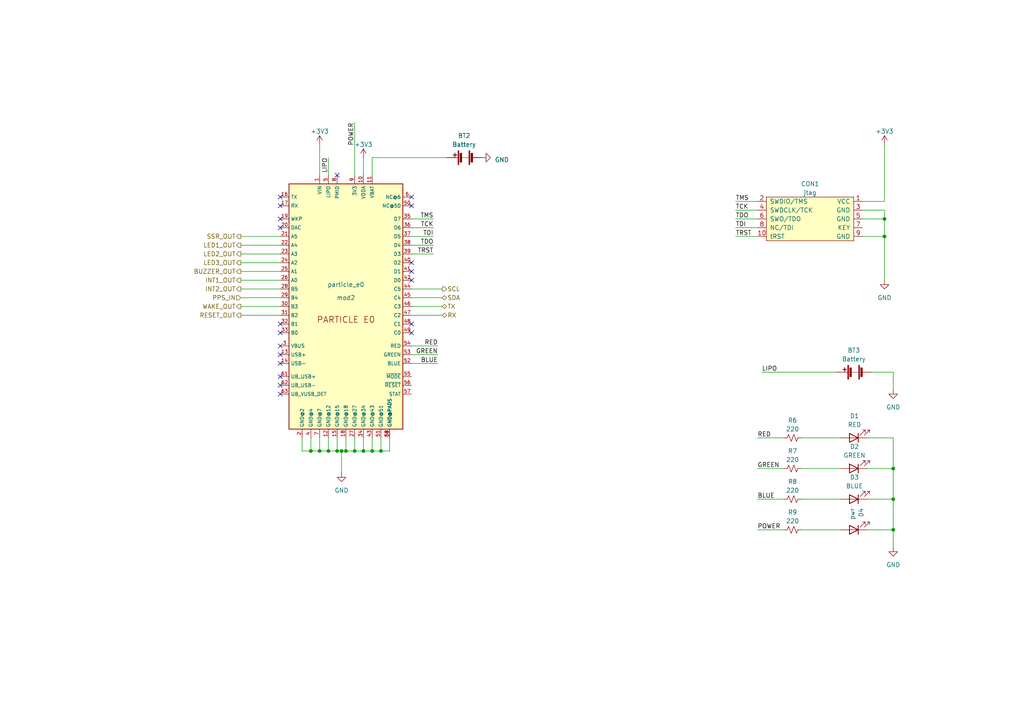
<source format=kicad_sch>
(kicad_sch (version 20210126) (generator eeschema)
  (paper "A4")
  (lib_symbols
    (symbol "Device:Battery" (pin_numbers hide) (pin_names (offset 0) hide)
      (property "Reference" "BT" (at 2.54 2.54 0))
      (property "Value" "Battery" (at 2.54 0 0))
      (symbol "Battery_0_1"
        (rectangle (start -2.032 -1.397) (end 2.032 -1.651) (fill (type outline)))
        (rectangle (start -2.032 1.778) (end 2.032 1.524) (fill (type outline)))
        (rectangle (start -1.3208 -1.9812) (end 1.27 -2.4892) (fill (type outline)))
        (rectangle (start -1.3208 1.1938) (end 1.27 0.6858) (fill (type outline)))
        (polyline (pts (xy 0 -1.524) (xy 0 -1.27)))
        (polyline (pts (xy 0 -1.016) (xy 0 -0.762)))
        (polyline (pts (xy 0 -0.508) (xy 0 -0.254)))
        (polyline (pts (xy 0 0) (xy 0 0.254)))
        (polyline (pts (xy 0 0.508) (xy 0 0.762)))
        (polyline (pts (xy 0 1.778) (xy 0 2.54)))
        (polyline (pts (xy 0.254 2.667) (xy 1.27 2.667)) (stroke (width 0.254)))
        (polyline (pts (xy 0.762 3.175) (xy 0.762 2.159)) (stroke (width 0.254)))
      )
      (symbol "Battery_1_1"
        (pin passive line (at 0 5.08 270) (length 2.54) (name "+") (number "1"))
        (pin passive line (at 0 -5.08 90) (length 2.54) (name "-") (number "2"))
      )
    )
    (symbol "Device:LED" (pin_numbers hide) (pin_names (offset 1.016) hide)
      (property "Reference" "D" (at 0 2.54 0))
      (property "Value" "LED" (at 0 -2.54 0))
      (symbol "LED_0_1"
        (polyline (pts (xy -1.27 -1.27) (xy -1.27 1.27)) (stroke (width 0.254)))
        (polyline (pts (xy -1.27 0) (xy 1.27 0)))
        (polyline (pts (xy 1.27 -1.27) (xy 1.27 1.27) (xy -1.27 0) (xy 1.27 -1.27)) (stroke (width 0.254)))
        (polyline (pts (xy -3.048 -0.762) (xy -4.572 -2.286) (xy -3.81 -2.286) (xy -4.572 -2.286) (xy -4.572 -1.524)))
        (polyline (pts (xy -1.778 -0.762) (xy -3.302 -2.286) (xy -2.54 -2.286) (xy -3.302 -2.286) (xy -3.302 -1.524)))
      )
      (symbol "LED_1_1"
        (pin passive line (at -3.81 0 0) (length 2.54) (name "K") (number "1"))
        (pin passive line (at 3.81 0 180) (length 2.54) (name "A") (number "2"))
      )
    )
    (symbol "Device:R_Small_US" (pin_numbers hide) (pin_names (offset 0.254) hide)
      (property "Reference" "R" (at 0.762 0.508 0))
      (property "Value" "R_Small_US" (at 0.762 -1.016 0))
      (symbol "R_Small_US_1_1"
        (polyline (pts (xy 0 0) (xy 1.016 -0.381) (xy 0 -0.762) (xy -1.016 -1.143) (xy 0 -1.524)))
        (polyline (pts (xy 0 1.524) (xy 1.016 1.143) (xy 0 0.762) (xy -1.016 0.381) (xy 0 0)))
        (pin passive line (at 0 2.54 270) (length 1.016) (name "~") (number "1"))
        (pin passive line (at 0 -2.54 90) (length 1.016) (name "~") (number "2"))
      )
    )
    (symbol "conectors:jtag" (pin_names (offset 1.016))
      (property "Reference" "CON" (at -6.35 0 90))
      (property "Value" "jtag" (at -3.81 0 90))
      (symbol "jtag_0_1"
        (rectangle (start -12.7 6.35) (end 12.7 -6.35) (fill (type background)))
      )
      (symbol "jtag_1_1"
        (pin power_in line (at -15.24 5.08 0) (length 2.54) (name "VCC") (number "1"))
        (pin unspecified line (at 15.24 -5.08 180) (length 2.54) (name "tRST") (number "10"))
        (pin unspecified line (at 15.24 5.08 180) (length 2.54) (name "SWDIO/TMS") (number "2"))
        (pin power_out line (at -15.24 2.54 0) (length 2.54) (name "GND") (number "3"))
        (pin unspecified line (at 15.24 2.54 180) (length 2.54) (name "SWDCLK/TCK") (number "4"))
        (pin power_out line (at -15.24 0 0) (length 2.54) (name "GND") (number "5"))
        (pin power_in line (at 15.24 0 180) (length 2.54) (name "SWO/TDO") (number "6"))
        (pin unspecified line (at -15.24 -2.54 0) (length 2.54) (name "KEY") (number "7"))
        (pin unspecified line (at 15.24 -2.54 180) (length 2.54) (name "NC/TDI") (number "8"))
        (pin power_out line (at -15.24 -5.08 0) (length 2.54) (name "GND") (number "9"))
      )
    )
    (symbol "modulles:particle_e0"
      (property "Reference" "mod" (at -1.27 -1.27 0))
      (property "Value" "particle_e0" (at -1.27 -13.97 0))
      (symbol "particle_e0_0_0"
        (text "PARTICLE E0" (at 0 -7.62 0) (effects (font (size 1.778 1.778))))
        (rectangle (start -16.51 -39.37) (end 16.51 31.75) (stroke (width 0.254)) (fill (type background)))
        (pin bidirectional line (at -7.62 34.29 270) (length 2.54) (name "VIN") (number "1"))
        (pin bidirectional line (at 5.08 34.29 270) (length 2.54) (name "VDDA") (number "10"))
        (pin bidirectional line (at 7.62 34.29 270) (length 2.54) (name "VBAT") (number "11"))
        (pin bidirectional line (at -5.08 -41.91 90) (length 2.54) (name "GND@12") (number "12"))
        (pin bidirectional line (at -19.05 -17.78 0) (length 2.54) (name "USB+") (number "13"))
        (pin bidirectional line (at -19.05 -20.32 0) (length 2.54) (name "USB-") (number "14"))
        (pin bidirectional line (at -2.54 -41.91 90) (length 2.54) (name "GND@15") (number "15"))
        (pin bidirectional line (at -19.05 27.94 0) (length 2.54) (name "TX") (number "16"))
        (pin bidirectional line (at -19.05 25.4 0) (length 2.54) (name "RX") (number "17"))
        (pin bidirectional line (at 0 -41.91 90) (length 2.54) (name "GND@18") (number "18"))
        (pin bidirectional line (at -19.05 21.59 0) (length 2.54) (name "WKP") (number "19"))
        (pin bidirectional line (at -12.7 -41.91 90) (length 2.54) (name "GND@2") (number "2"))
        (pin bidirectional line (at -19.05 19.05 0) (length 2.54) (name "DAC") (number "20"))
        (pin bidirectional line (at -19.05 16.51 0) (length 2.54) (name "A5") (number "21"))
        (pin bidirectional line (at -19.05 13.97 0) (length 2.54) (name "A4") (number "22"))
        (pin bidirectional line (at -19.05 11.43 0) (length 2.54) (name "A3") (number "23"))
        (pin bidirectional line (at -19.05 8.89 0) (length 2.54) (name "A2") (number "24"))
        (pin bidirectional line (at -19.05 6.35 0) (length 2.54) (name "A1") (number "25"))
        (pin bidirectional line (at -19.05 3.81 0) (length 2.54) (name "A0") (number "26"))
        (pin bidirectional line (at 2.54 -41.91 90) (length 2.54) (name "GND@27") (number "27"))
        (pin bidirectional line (at -19.05 1.27 0) (length 2.54) (name "B5") (number "28"))
        (pin bidirectional line (at -19.05 -1.27 0) (length 2.54) (name "B4") (number "29"))
        (pin bidirectional line (at -19.05 -15.24 0) (length 2.54) (name "VBUS") (number "3"))
        (pin bidirectional line (at -19.05 -3.81 0) (length 2.54) (name "B3") (number "30"))
        (pin bidirectional line (at -19.05 -6.35 0) (length 2.54) (name "B2") (number "31"))
        (pin bidirectional line (at -19.05 -8.89 0) (length 2.54) (name "B1") (number "32"))
        (pin bidirectional line (at -19.05 -11.43 0) (length 2.54) (name "B0") (number "33"))
        (pin bidirectional line (at 5.08 -41.91 90) (length 2.54) (name "GND@34") (number "34"))
        (pin bidirectional line (at 19.05 21.59 180) (length 2.54) (name "D7") (number "35"))
        (pin bidirectional line (at 19.05 19.05 180) (length 2.54) (name "D6") (number "36"))
        (pin bidirectional line (at 19.05 16.51 180) (length 2.54) (name "D5") (number "37"))
        (pin bidirectional line (at 19.05 13.97 180) (length 2.54) (name "D4") (number "38"))
        (pin bidirectional line (at 19.05 11.43 180) (length 2.54) (name "D3") (number "39"))
        (pin bidirectional line (at -10.16 -41.91 90) (length 2.54) (name "GND@4") (number "4"))
        (pin bidirectional line (at 19.05 8.89 180) (length 2.54) (name "D2") (number "40"))
        (pin bidirectional line (at 19.05 6.35 180) (length 2.54) (name "D1") (number "41"))
        (pin bidirectional line (at 19.05 3.81 180) (length 2.54) (name "D0") (number "42"))
        (pin bidirectional line (at 7.62 -41.91 90) (length 2.54) (name "GND@43") (number "43"))
        (pin bidirectional line (at 19.05 1.27 180) (length 2.54) (name "C5") (number "44"))
        (pin bidirectional line (at 19.05 -1.27 180) (length 2.54) (name "C4") (number "45"))
        (pin bidirectional line (at 19.05 -3.81 180) (length 2.54) (name "C3") (number "46"))
        (pin bidirectional line (at 19.05 -6.35 180) (length 2.54) (name "C2") (number "47"))
        (pin bidirectional line (at 19.05 -8.89 180) (length 2.54) (name "C1") (number "48"))
        (pin bidirectional line (at 19.05 -11.43 180) (length 2.54) (name "C0") (number "49"))
        (pin bidirectional line (at -5.08 34.29 270) (length 2.54) (name "LIPO") (number "5"))
        (pin bidirectional line (at 19.05 25.4 180) (length 2.54) (name "NC@50") (number "50"))
        (pin bidirectional line (at 10.16 -41.91 90) (length 2.54) (name "GND@51") (number "51"))
        (pin bidirectional line (at 19.05 -20.32 180) (length 2.54) (name "BLUE") (number "52"))
        (pin bidirectional line (at 19.05 -17.78 180) (length 2.54) (name "GREEN") (number "53"))
        (pin bidirectional line (at 19.05 -15.24 180) (length 2.54) (name "RED") (number "54"))
        (pin bidirectional line (at 19.05 -24.13 180) (length 2.54) (name "~MODE") (number "55"))
        (pin bidirectional line (at 19.05 -26.67 180) (length 2.54) (name "~RESET") (number "56"))
        (pin bidirectional line (at 19.05 -29.21 180) (length 2.54) (name "STAT") (number "57"))
        (pin bidirectional line (at 12.7 -41.91 90) (length 2.54) (name "GND@PADS") (number "58"))
        (pin bidirectional line (at 12.7 -41.91 90) (length 2.54) (name "GND@PADS") (number "59"))
        (pin bidirectional line (at 19.05 27.94 180) (length 2.54) (name "NC@6") (number "6"))
        (pin bidirectional line (at 12.7 -41.91 90) (length 2.54) (name "GND@PADS") (number "60"))
        (pin bidirectional line (at -19.05 -24.13 0) (length 2.54) (name "UB_USB+") (number "61"))
        (pin bidirectional line (at -19.05 -26.67 0) (length 2.54) (name "UB_USB-") (number "62"))
        (pin bidirectional line (at -19.05 -29.21 0) (length 2.54) (name "UB_VUSB_DET") (number "63"))
        (pin bidirectional line (at -7.62 -41.91 90) (length 2.54) (name "GND@7") (number "7"))
        (pin bidirectional line (at -2.54 34.29 270) (length 2.54) (name "PMID") (number "8"))
        (pin bidirectional line (at 2.54 34.29 270) (length 2.54) (name "3V3") (number "9"))
      )
    )
    (symbol "power:+3V3" (power) (pin_names (offset 0))
      (property "Value" "+3V3" (at 0 3.556 0))
      (symbol "+3V3_0_1"
        (polyline (pts (xy -0.762 1.27) (xy 0 2.54)))
        (polyline (pts (xy 0 0) (xy 0 2.54)))
        (polyline (pts (xy 0 2.54) (xy 0.762 1.27)))
      )
      (symbol "+3V3_1_1"
        (pin power_in line (at 0 0 90) (length 0) hide (name "+3V3") (number "1"))
      )
    )
    (symbol "power:GND" (power) (pin_names (offset 0))
      (property "Value" "GND" (at 0 -3.81 0))
      (symbol "GND_0_1"
        (polyline (pts (xy 0 0) (xy 0 -1.27) (xy 1.27 -1.27) (xy 0 -2.54) (xy -1.27 -1.27) (xy 0 -1.27)))
      )
      (symbol "GND_1_1"
        (pin power_in line (at 0 0 270) (length 0) hide (name "GND") (number "1"))
      )
    )
  )
  (junction (at 90.17 130.81) (diameter 0.9144))
  (junction (at 92.71 130.81) (diameter 0.9144))
  (junction (at 95.25 130.81) (diameter 0.9144))
  (junction (at 97.79 130.81) (diameter 0.9144))
  (junction (at 99.06 130.81) (diameter 0.9144))
  (junction (at 100.33 130.81) (diameter 0.9144))
  (junction (at 102.87 130.81) (diameter 0.9144))
  (junction (at 105.41 130.81) (diameter 0.9144))
  (junction (at 107.95 130.81) (diameter 0.9144))
  (junction (at 110.49 130.81) (diameter 0.9144))
  (junction (at 256.54 63.5) (diameter 0.9144))
  (junction (at 256.54 68.58) (diameter 0.9144))
  (junction (at 259.08 135.89) (diameter 0.9144))
  (junction (at 259.08 144.78) (diameter 0.9144))
  (junction (at 259.08 153.67) (diameter 0.9144))
  (no_connect (at 81.28 57.15))
  (no_connect (at 81.28 59.69))
  (no_connect (at 81.28 63.5))
  (no_connect (at 81.28 66.04))
  (no_connect (at 81.28 93.98))
  (no_connect (at 81.28 96.52))
  (no_connect (at 81.28 100.33))
  (no_connect (at 81.28 102.87))
  (no_connect (at 81.28 105.41))
  (no_connect (at 81.28 109.22))
  (no_connect (at 81.28 111.76))
  (no_connect (at 81.28 114.3))
  (no_connect (at 97.79 50.8))
  (no_connect (at 119.38 57.15))
  (no_connect (at 119.38 59.69))
  (no_connect (at 119.38 76.2))
  (no_connect (at 119.38 78.74))
  (no_connect (at 119.38 81.28))
  (no_connect (at 119.38 93.98))
  (no_connect (at 119.38 96.52))
  (wire (pts (xy 69.85 68.58) (xy 81.28 68.58)))
  (wire (pts (xy 69.85 71.12) (xy 81.28 71.12)))
  (wire (pts (xy 69.85 73.66) (xy 81.28 73.66)))
  (wire (pts (xy 69.85 76.2) (xy 81.28 76.2)))
  (wire (pts (xy 69.85 78.74) (xy 81.28 78.74)))
  (wire (pts (xy 69.85 81.28) (xy 81.28 81.28)))
  (wire (pts (xy 69.85 83.82) (xy 81.28 83.82)))
  (wire (pts (xy 69.85 86.36) (xy 81.28 86.36)))
  (wire (pts (xy 69.85 88.9) (xy 81.28 88.9)))
  (wire (pts (xy 69.85 91.44) (xy 81.28 91.44)))
  (wire (pts (xy 87.63 127) (xy 87.63 130.81)))
  (wire (pts (xy 87.63 130.81) (xy 90.17 130.81)))
  (wire (pts (xy 90.17 127) (xy 90.17 130.81)))
  (wire (pts (xy 90.17 130.81) (xy 92.71 130.81)))
  (wire (pts (xy 92.71 41.91) (xy 92.71 50.8)))
  (wire (pts (xy 92.71 127) (xy 92.71 130.81)))
  (wire (pts (xy 92.71 130.81) (xy 95.25 130.81)))
  (wire (pts (xy 95.25 45.72) (xy 95.25 50.8)))
  (wire (pts (xy 95.25 127) (xy 95.25 130.81)))
  (wire (pts (xy 95.25 130.81) (xy 97.79 130.81)))
  (wire (pts (xy 97.79 127) (xy 97.79 130.81)))
  (wire (pts (xy 97.79 130.81) (xy 99.06 130.81)))
  (wire (pts (xy 99.06 130.81) (xy 99.06 137.16)))
  (wire (pts (xy 99.06 130.81) (xy 100.33 130.81)))
  (wire (pts (xy 100.33 127) (xy 100.33 130.81)))
  (wire (pts (xy 100.33 130.81) (xy 102.87 130.81)))
  (wire (pts (xy 102.87 35.56) (xy 102.87 50.8)))
  (wire (pts (xy 102.87 127) (xy 102.87 130.81)))
  (wire (pts (xy 102.87 130.81) (xy 105.41 130.81)))
  (wire (pts (xy 105.41 45.72) (xy 105.41 50.8)))
  (wire (pts (xy 105.41 127) (xy 105.41 130.81)))
  (wire (pts (xy 105.41 130.81) (xy 107.95 130.81)))
  (wire (pts (xy 107.95 45.72) (xy 129.54 45.72)))
  (wire (pts (xy 107.95 50.8) (xy 107.95 45.72)))
  (wire (pts (xy 107.95 127) (xy 107.95 130.81)))
  (wire (pts (xy 107.95 130.81) (xy 110.49 130.81)))
  (wire (pts (xy 110.49 127) (xy 110.49 130.81)))
  (wire (pts (xy 110.49 130.81) (xy 113.03 130.81)))
  (wire (pts (xy 113.03 130.81) (xy 113.03 127)))
  (wire (pts (xy 119.38 63.5) (xy 125.73 63.5)))
  (wire (pts (xy 119.38 66.04) (xy 125.73 66.04)))
  (wire (pts (xy 119.38 68.58) (xy 125.73 68.58)))
  (wire (pts (xy 119.38 71.12) (xy 125.73 71.12)))
  (wire (pts (xy 119.38 73.66) (xy 125.73 73.66)))
  (wire (pts (xy 119.38 83.82) (xy 128.27 83.82)))
  (wire (pts (xy 119.38 86.36) (xy 128.27 86.36)))
  (wire (pts (xy 119.38 88.9) (xy 128.27 88.9)))
  (wire (pts (xy 119.38 91.44) (xy 128.27 91.44)))
  (wire (pts (xy 127 100.33) (xy 119.38 100.33)))
  (wire (pts (xy 127 102.87) (xy 119.38 102.87)))
  (wire (pts (xy 127 105.41) (xy 119.38 105.41)))
  (wire (pts (xy 213.36 58.42) (xy 219.71 58.42)))
  (wire (pts (xy 213.36 60.96) (xy 219.71 60.96)))
  (wire (pts (xy 213.36 63.5) (xy 219.71 63.5)))
  (wire (pts (xy 213.36 66.04) (xy 219.71 66.04)))
  (wire (pts (xy 213.36 68.58) (xy 219.71 68.58)))
  (wire (pts (xy 219.71 127) (xy 227.33 127)))
  (wire (pts (xy 219.71 135.89) (xy 227.33 135.89)))
  (wire (pts (xy 219.71 144.78) (xy 227.33 144.78)))
  (wire (pts (xy 219.71 153.67) (xy 227.33 153.67)))
  (wire (pts (xy 220.98 107.95) (xy 242.57 107.95)))
  (wire (pts (xy 232.41 127) (xy 243.84 127)))
  (wire (pts (xy 232.41 135.89) (xy 243.84 135.89)))
  (wire (pts (xy 232.41 144.78) (xy 243.84 144.78)))
  (wire (pts (xy 232.41 153.67) (xy 243.84 153.67)))
  (wire (pts (xy 250.19 58.42) (xy 256.54 58.42)))
  (wire (pts (xy 250.19 60.96) (xy 256.54 60.96)))
  (wire (pts (xy 250.19 63.5) (xy 256.54 63.5)))
  (wire (pts (xy 250.19 68.58) (xy 256.54 68.58)))
  (wire (pts (xy 251.46 127) (xy 259.08 127)))
  (wire (pts (xy 251.46 135.89) (xy 259.08 135.89)))
  (wire (pts (xy 251.46 144.78) (xy 259.08 144.78)))
  (wire (pts (xy 251.46 153.67) (xy 259.08 153.67)))
  (wire (pts (xy 256.54 41.91) (xy 256.54 58.42)))
  (wire (pts (xy 256.54 60.96) (xy 256.54 63.5)))
  (wire (pts (xy 256.54 63.5) (xy 256.54 68.58)))
  (wire (pts (xy 256.54 68.58) (xy 256.54 81.28)))
  (wire (pts (xy 259.08 107.95) (xy 252.73 107.95)))
  (wire (pts (xy 259.08 113.03) (xy 259.08 107.95)))
  (wire (pts (xy 259.08 127) (xy 259.08 135.89)))
  (wire (pts (xy 259.08 135.89) (xy 259.08 144.78)))
  (wire (pts (xy 259.08 144.78) (xy 259.08 153.67)))
  (wire (pts (xy 259.08 153.67) (xy 259.08 158.75)))
  (label "LIPO" (at 95.25 45.72 270))
  (label "POWER" (at 102.87 35.56 270))
  (label "TMS" (at 125.73 63.5 180))
  (label "TCK" (at 125.73 66.04 180))
  (label "TDI" (at 125.73 68.58 180))
  (label "TDO" (at 125.73 71.12 180))
  (label "TRST" (at 125.73 73.66 180))
  (label "RED" (at 127 100.33 180))
  (label "GREEN" (at 127 102.87 180))
  (label "BLUE" (at 127 105.41 180))
  (label "TMS" (at 213.36 58.42 0))
  (label "TCK" (at 213.36 60.96 0))
  (label "TDO" (at 213.36 63.5 0))
  (label "TDI" (at 213.36 66.04 0))
  (label "TRST" (at 213.36 68.58 0))
  (label "RED" (at 219.71 127 0))
  (label "GREEN" (at 219.71 135.89 0))
  (label "BLUE" (at 219.71 144.78 0))
  (label "POWER" (at 219.71 153.67 0))
  (label "LIPO" (at 220.98 107.95 0))
  (hierarchical_label "SSR_OUT" (shape output) (at 69.85 68.58 180))
  (hierarchical_label "LED1_OUT" (shape output) (at 69.85 71.12 180))
  (hierarchical_label "LED2_OUT" (shape output) (at 69.85 73.66 180))
  (hierarchical_label "LED3_OUT" (shape output) (at 69.85 76.2 180))
  (hierarchical_label "BUZZER_OUT" (shape output) (at 69.85 78.74 180))
  (hierarchical_label "INT1_OUT" (shape output) (at 69.85 81.28 180))
  (hierarchical_label "INT2_OUT" (shape output) (at 69.85 83.82 180))
  (hierarchical_label "PPS_IN" (shape input) (at 69.85 86.36 180))
  (hierarchical_label "WAKE_OUT" (shape output) (at 69.85 88.9 180))
  (hierarchical_label "RESET_OUT" (shape output) (at 69.85 91.44 180))
  (hierarchical_label "SCL" (shape output) (at 128.27 83.82 0))
  (hierarchical_label "SDA" (shape bidirectional) (at 128.27 86.36 0))
  (hierarchical_label "TX" (shape bidirectional) (at 128.27 88.9 0))
  (hierarchical_label "RX" (shape bidirectional) (at 128.27 91.44 0))
  (symbol (lib_id "power:+3V3") (at 92.71 41.91 0) (unit 1)
    (property "Reference" "#PWR0137" (effects hide))
    (property "Value" "+3V3" (at 92.71 38.1 0))
  )
  (symbol (lib_id "power:+3V3") (at 105.41 45.72 0) (unit 1)
    (property "Reference" "#PWR0138" (effects hide))
    (property "Value" "+3V3" (at 105.41 41.91 0))
  )
  (symbol (lib_id "power:+3V3") (at 256.54 41.91 0) (unit 1)
    (property "Reference" "#PWR0136" (effects hide))
    (property "Value" "+3V3" (at 256.54 38.1 0))
  )
  (symbol (lib_id "power:GND") (at 99.06 137.16 0) (unit 1)
    (property "Reference" "#PWR0132" (effects hide))
    (property "Value" "GND" (at 99.06 142.24 0))
  )
  (symbol (lib_id "power:GND") (at 139.7 45.72 90) (unit 1)
    (property "Reference" "#PWR0139" (effects hide))
    (property "Value" "GND" (at 143.51 46.3549 90) (effects (justify right)))
  )
  (symbol (lib_id "power:GND") (at 256.54 81.28 0) (unit 1)
    (property "Reference" "#PWR0135" (effects hide))
    (property "Value" "GND" (at 256.54 86.36 0))
  )
  (symbol (lib_id "power:GND") (at 259.08 113.03 0) (unit 1)
    (property "Reference" "#PWR0134" (effects hide))
    (property "Value" "GND" (at 259.08 118.11 0))
  )
  (symbol (lib_id "power:GND") (at 259.08 158.75 0) (unit 1)
    (property "Reference" "#PWR0133" (effects hide))
    (property "Value" "GND" (at 259.08 163.83 0))
  )
  (symbol (lib_id "Device:R_Small_US") (at 229.87 127 90) (unit 1)
    (property "Reference" "R6" (at 229.87 121.92 90))
    (property "Value" "220" (at 229.87 124.46 90))
    (property "Footprint" "vanalles:0402" (effects hide))
  )
  (symbol (lib_id "Device:R_Small_US") (at 229.87 135.89 90) (unit 1)
    (property "Reference" "R7" (at 229.87 130.81 90))
    (property "Value" "220" (at 229.87 133.35 90))
    (property "Footprint" "vanalles:0402" (effects hide))
  )
  (symbol (lib_id "Device:R_Small_US") (at 229.87 144.78 90) (unit 1)
    (property "Reference" "R8" (at 229.87 139.7 90))
    (property "Value" "220" (at 229.87 142.24 90))
    (property "Footprint" "vanalles:0402" (effects hide))
  )
  (symbol (lib_id "Device:R_Small_US") (at 229.87 153.67 90) (unit 1)
    (property "Reference" "R9" (at 229.87 148.59 90))
    (property "Value" "220" (at 229.87 151.13 90))
    (property "Footprint" "vanalles:0402" (effects hide))
  )
  (symbol (lib_id "Device:LED") (at 247.65 127 180) (unit 1)
    (property "Reference" "D1" (at 247.8405 120.65 0))
    (property "Value" "RED" (at 247.8405 123.19 0))
    (property "Footprint" "halfgeleiders:led 0402" (effects hide))
  )
  (symbol (lib_id "Device:LED") (at 247.65 135.89 180) (unit 1)
    (property "Reference" "D2" (at 247.8405 129.54 0))
    (property "Value" "GREEN" (at 247.8405 132.08 0))
    (property "Footprint" "halfgeleiders:led 0402" (effects hide))
  )
  (symbol (lib_id "Device:LED") (at 247.65 144.78 180) (unit 1)
    (property "Reference" "D3" (at 247.8405 138.43 0))
    (property "Value" "BLUE" (at 247.8405 140.97 0))
    (property "Footprint" "halfgeleiders:led0603" (effects hide))
  )
  (symbol (lib_id "Device:LED") (at 247.65 153.67 180) (unit 1)
    (property "Reference" "D4" (at 249.7456 147.32 90) (effects (justify left)))
    (property "Value" "pwr" (at 247.2056 147.32 90) (effects (justify left)))
    (property "Footprint" "halfgeleiders:led0603" (effects hide))
  )
  (symbol (lib_id "Device:Battery") (at 134.62 45.72 90) (unit 1)
    (property "Reference" "BT2" (at 134.62 39.37 90))
    (property "Value" "Battery" (at 134.62 41.91 90))
    (property "Footprint" "vanalles:3012TR" (effects hide))
  )
  (symbol (lib_id "Device:Battery") (at 247.65 107.95 90) (unit 1)
    (property "Reference" "BT3" (at 247.65 101.6 90))
    (property "Value" "Battery" (at 247.65 104.14 90))
    (property "Footprint" "connectors_user:jst 2 pin" (effects hide))
  )
  (symbol (lib_id "conectors:jtag") (at 234.95 63.5 0) (mirror y) (unit 1)
    (property "Reference" "CON1" (at 234.95 53.34 0))
    (property "Value" "jtag" (at 234.95 55.88 0))
    (property "Footprint" "connectors_user:Tag-Connect_TC2050-IDC-NL_2x05_P1.27mm_Vertical" (effects hide))
  )
  (symbol (lib_id "modulles:particle_e0") (at 100.33 85.09 0) (unit 1)
    (property "Reference" "mod2" (at 100.33 86.36 0))
    (property "Value" "particle_e0" (at 100.33 82.55 0))
    (property "Footprint" "Module:E0" (effects hide))
  )
)
</source>
